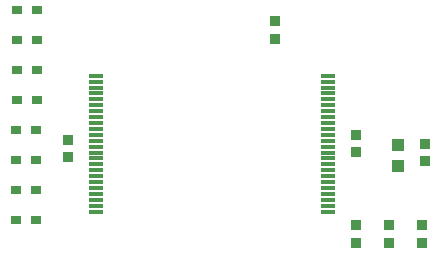
<source format=gbr>
%TF.GenerationSoftware,Altium Limited,Altium Designer,24.4.1 (13)*%
G04 Layer_Color=8421504*
%FSLAX45Y45*%
%MOMM*%
%TF.SameCoordinates,62A203F9-3C5A-4200-B48A-7B08D2958CDC*%
%TF.FilePolarity,Positive*%
%TF.FileFunction,Paste,Top*%
%TF.Part,Single*%
G01*
G75*
%TA.AperFunction,SMDPad,CuDef*%
%ADD10R,1.01213X1.05872*%
%ADD11R,0.91213X0.85872*%
%ADD12R,0.90000X0.80000*%
%ADD13R,1.30000X0.30000*%
%ADD14R,0.91213X0.95872*%
D10*
X15595599Y8063271D02*
D03*
Y7887929D02*
D03*
D11*
X14554201Y9120071D02*
D03*
Y8964729D02*
D03*
X15239999Y7392871D02*
D03*
Y7237529D02*
D03*
X15519400Y7392871D02*
D03*
Y7237529D02*
D03*
X15798801Y7392871D02*
D03*
Y7237529D02*
D03*
D12*
X12364900Y7937500D02*
D03*
X12534900D02*
D03*
X12361000Y7429500D02*
D03*
X12531000D02*
D03*
X12361000Y7683500D02*
D03*
X12531000D02*
D03*
X12364900Y8191500D02*
D03*
X12534900D02*
D03*
X12373700Y8445500D02*
D03*
X12543700D02*
D03*
X12373700Y8699500D02*
D03*
X12543700D02*
D03*
X12373700Y8953500D02*
D03*
X12543700D02*
D03*
X12373700Y9207500D02*
D03*
X12543700D02*
D03*
D13*
X13035800Y7502200D02*
D03*
Y7552200D02*
D03*
Y7602200D02*
D03*
Y7652200D02*
D03*
Y7702200D02*
D03*
Y7752200D02*
D03*
Y7802200D02*
D03*
Y7852200D02*
D03*
Y7902200D02*
D03*
Y7952200D02*
D03*
Y8002200D02*
D03*
Y8052200D02*
D03*
Y8102200D02*
D03*
Y8152200D02*
D03*
Y8202200D02*
D03*
Y8252200D02*
D03*
Y8302200D02*
D03*
Y8352200D02*
D03*
Y8402200D02*
D03*
Y8452200D02*
D03*
Y8502200D02*
D03*
Y8552200D02*
D03*
Y8602200D02*
D03*
Y8652200D02*
D03*
X15005800D02*
D03*
Y8602200D02*
D03*
Y8552200D02*
D03*
Y8502200D02*
D03*
Y8452200D02*
D03*
Y8402200D02*
D03*
Y8352200D02*
D03*
Y8302200D02*
D03*
Y8252200D02*
D03*
Y8202200D02*
D03*
Y8152200D02*
D03*
Y8102200D02*
D03*
Y8052200D02*
D03*
Y8002200D02*
D03*
Y7952200D02*
D03*
Y7902200D02*
D03*
Y7852200D02*
D03*
Y7802200D02*
D03*
Y7752200D02*
D03*
Y7702200D02*
D03*
Y7652200D02*
D03*
Y7602200D02*
D03*
Y7552200D02*
D03*
Y7502200D02*
D03*
D14*
X15824200Y7928329D02*
D03*
Y8073671D02*
D03*
X15239999Y8004529D02*
D03*
Y8149871D02*
D03*
X12801601Y8111771D02*
D03*
Y7966429D02*
D03*
%TF.MD5,0580bde1ea6bffbc3392602c196eb158*%
M02*

</source>
